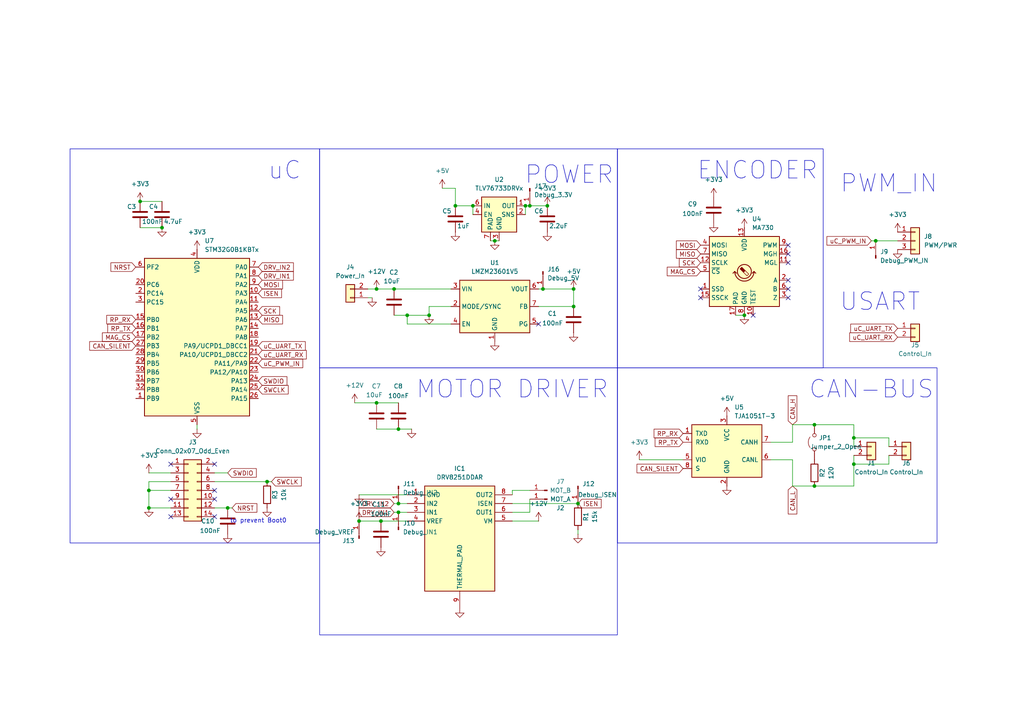
<source format=kicad_sch>
(kicad_sch (version 20231120) (generator "eeschema") (generator_version "8.0")
  (paper "A4")
  (lib_symbols
    (symbol "Connector:Conn_01x01_Pin" (pin_names (offset 1.016) hide)
      (property "Reference" "J" (at 0 2.54 0))
      (property "Value" "Conn_01x01_Pin" (at 0 -2.54 0))
      (symbol "Conn_01x01_Pin_1_1"
        (polyline (pts (xy 1.27 0) (xy 0.8636 0)) (stroke (width 0.1524)))
        (rectangle (start 0.8636 0.127) (end 0 -0.127) (stroke (width 0.1524)) (fill (type outline)))
        (pin passive line (at 5.08 0 180) (length 3.81) (name "Pin_1") (number "1"))
      )
    )
    (symbol "Connector_Generic:Conn_01x02" (pin_names (offset 1.016) hide)
      (property "Reference" "J" (at 0 2.54 0))
      (property "Value" "Conn_01x02" (at 0 -5.08 0))
      (symbol "Conn_01x02_1_1"
        (rectangle (start -1.27 -2.413) (end 0 -2.667) (stroke (width 0.1524)))
        (rectangle (start -1.27 0.127) (end 0 -0.127) (stroke (width 0.1524)))
        (rectangle (start -1.27 1.27) (end 1.27 -3.81) (stroke (width 0.254)) (fill (type background)))
        (pin passive line (at -5.08 0 0) (length 3.81) (name "Pin_1") (number "1"))
        (pin passive line (at -5.08 -2.54 0) (length 3.81) (name "Pin_2") (number "2"))
      )
    )
    (symbol "Connector_Generic:Conn_01x03" (pin_names (offset 1.016) hide)
      (property "Reference" "J" (at 0 5.08 0))
      (property "Value" "Conn_01x03" (at 0 -5.08 0))
      (symbol "Conn_01x03_1_1"
        (rectangle (start -1.27 -2.413) (end 0 -2.667) (stroke (width 0.1524)))
        (rectangle (start -1.27 0.127) (end 0 -0.127) (stroke (width 0.1524)))
        (rectangle (start -1.27 2.667) (end 0 2.413) (stroke (width 0.1524)))
        (rectangle (start -1.27 3.81) (end 1.27 -3.81) (stroke (width 0.254)) (fill (type background)))
        (pin passive line (at -5.08 2.54 0) (length 3.81) (name "Pin_1") (number "1"))
        (pin passive line (at -5.08 0 0) (length 3.81) (name "Pin_2") (number "2"))
        (pin passive line (at -5.08 -2.54 0) (length 3.81) (name "Pin_3") (number "3"))
      )
    )
    (symbol "Connector_Generic:Conn_02x07_Odd_Even" (pin_names (offset 1.016) hide)
      (property "Reference" "J" (at 1.27 10.16 0))
      (property "Value" "Conn_02x07_Odd_Even" (at 1.27 -10.16 0))
      (symbol "Conn_02x07_Odd_Even_1_1"
        (rectangle (start -1.27 -7.493) (end 0 -7.747) (stroke (width 0.1524)))
        (rectangle (start -1.27 -4.953) (end 0 -5.207) (stroke (width 0.1524)))
        (rectangle (start -1.27 -2.413) (end 0 -2.667) (stroke (width 0.1524)))
        (rectangle (start -1.27 0.127) (end 0 -0.127) (stroke (width 0.1524)))
        (rectangle (start -1.27 2.667) (end 0 2.413) (stroke (width 0.1524)))
        (rectangle (start -1.27 5.207) (end 0 4.953) (stroke (width 0.1524)))
        (rectangle (start -1.27 7.747) (end 0 7.493) (stroke (width 0.1524)))
        (rectangle (start -1.27 8.89) (end 3.81 -8.89) (stroke (width 0.254)) (fill (type background)))
        (rectangle (start 3.81 -7.493) (end 2.54 -7.747) (stroke (width 0.1524)))
        (rectangle (start 3.81 -4.953) (end 2.54 -5.207) (stroke (width 0.1524)))
        (rectangle (start 3.81 -2.413) (end 2.54 -2.667) (stroke (width 0.1524)))
        (rectangle (start 3.81 0.127) (end 2.54 -0.127) (stroke (width 0.1524)))
        (rectangle (start 3.81 2.667) (end 2.54 2.413) (stroke (width 0.1524)))
        (rectangle (start 3.81 5.207) (end 2.54 4.953) (stroke (width 0.1524)))
        (rectangle (start 3.81 7.747) (end 2.54 7.493) (stroke (width 0.1524)))
        (pin passive line (at -5.08 7.62 0) (length 3.81) (name "Pin_1") (number "1"))
        (pin passive line (at 7.62 -2.54 180) (length 3.81) (name "Pin_10") (number "10"))
        (pin passive line (at -5.08 -5.08 0) (length 3.81) (name "Pin_11") (number "11"))
        (pin passive line (at 7.62 -5.08 180) (length 3.81) (name "Pin_12") (number "12"))
        (pin passive line (at -5.08 -7.62 0) (length 3.81) (name "Pin_13") (number "13"))
        (pin passive line (at 7.62 -7.62 180) (length 3.81) (name "Pin_14") (number "14"))
        (pin passive line (at 7.62 7.62 180) (length 3.81) (name "Pin_2") (number "2"))
        (pin passive line (at -5.08 5.08 0) (length 3.81) (name "Pin_3") (number "3"))
        (pin passive line (at 7.62 5.08 180) (length 3.81) (name "Pin_4") (number "4"))
        (pin passive line (at -5.08 2.54 0) (length 3.81) (name "Pin_5") (number "5"))
        (pin passive line (at 7.62 2.54 180) (length 3.81) (name "Pin_6") (number "6"))
        (pin passive line (at -5.08 0 0) (length 3.81) (name "Pin_7") (number "7"))
        (pin passive line (at 7.62 0 180) (length 3.81) (name "Pin_8") (number "8"))
        (pin passive line (at -5.08 -2.54 0) (length 3.81) (name "Pin_9") (number "9"))
      )
    )
    (symbol "Device:C" (pin_numbers hide) (pin_names (offset 0.254))
      (property "Reference" "C" (at 0.635 2.54 0))
      (property "Value" "C" (at 0.635 -2.54 0))
      (symbol "C_0_1"
        (polyline (pts (xy -2.032 -0.762) (xy 2.032 -0.762)) (stroke (width 0.508)))
        (polyline (pts (xy -2.032 0.762) (xy 2.032 0.762)) (stroke (width 0.508)))
      )
      (symbol "C_1_1"
        (pin passive line (at 0 3.81 270) (length 2.794) (name "~") (number "1"))
        (pin passive line (at 0 -3.81 90) (length 2.794) (name "~") (number "2"))
      )
    )
    (symbol "Device:R" (pin_numbers hide) (pin_names (offset 0))
      (property "Reference" "R" (at 2.032 0 90))
      (property "Value" "R" (at 0 0 90))
      (symbol "R_0_1"
        (rectangle (start -1.016 -2.54) (end 1.016 2.54) (stroke (width 0.254)))
      )
      (symbol "R_1_1"
        (pin passive line (at 0 3.81 270) (length 1.27) (name "~") (number "1"))
        (pin passive line (at 0 -3.81 90) (length 1.27) (name "~") (number "2"))
      )
    )
    (symbol "Interface_CAN_LIN:TJA1051T-3" (pin_names (offset 1.016))
      (property "Reference" "U" (at -10.16 8.89 0))
      (property "Value" "TJA1051T-3" (at 1.27 8.89 0))
      (symbol "TJA1051T-3_0_1"
        (rectangle (start -10.16 7.62) (end 10.16 -7.62) (stroke (width 0.254)) (fill (type background)))
      )
      (symbol "TJA1051T-3_1_1"
        (pin input line (at -12.7 5.08 0) (length 2.54) (name "TXD") (number "1"))
        (pin power_in line (at 0 -10.16 90) (length 2.54) (name "GND") (number "2"))
        (pin power_in line (at 0 10.16 270) (length 2.54) (name "VCC") (number "3"))
        (pin output line (at -12.7 2.54 0) (length 2.54) (name "RXD") (number "4"))
        (pin power_in line (at -12.7 -2.54 0) (length 2.54) (name "VIO") (number "5"))
        (pin bidirectional line (at 12.7 -2.54 180) (length 2.54) (name "CANL") (number "6"))
        (pin bidirectional line (at 12.7 2.54 180) (length 2.54) (name "CANH") (number "7"))
        (pin input line (at -12.7 -5.08 0) (length 2.54) (name "S") (number "8"))
      )
    )
    (symbol "Jumper:Jumper_2_Open" (pin_numbers hide) (pin_names (offset 0) hide) (exclude_from_sim yes)
      (property "Reference" "JP" (at 0 2.794 0))
      (property "Value" "Jumper_2_Open" (at 0 -2.286 0))
      (symbol "Jumper_2_Open_0_0"
        (circle (center -2.032 0) (radius 0.508))
        (circle (center 2.032 0) (radius 0.508))
      )
      (symbol "Jumper_2_Open_0_1"
        (arc (start 1.524 1.27) (mid 0 1.778) (end -1.524 1.27))
      )
      (symbol "Jumper_2_Open_1_1"
        (pin passive line (at -5.08 0 0) (length 2.54) (name "A") (number "1"))
        (pin passive line (at 5.08 0 180) (length 2.54) (name "B") (number "2"))
      )
    )
    (symbol "MCU_ST_STM32G0:STM32G0B1KBTx"
      (property "Reference" "U" (at -15.24 24.13 0))
      (property "Value" "STM32G0B1KBTx" (at 2.54 24.13 0))
      (symbol "STM32G0B1KBTx_0_1"
        (rectangle (start -15.24 -22.86) (end 15.24 22.86) (stroke (width 0.254)) (fill (type background)))
      )
      (symbol "STM32G0B1KBTx_1_1"
        (pin bidirectional line (at -17.78 -17.78 0) (length 2.54) (name "PB9") (number "1"))
        (pin bidirectional line (at 17.78 12.7 180) (length 2.54) (name "PA3") (number "10"))
        (pin bidirectional line (at 17.78 10.16 180) (length 2.54) (name "PA4") (number "11"))
        (pin bidirectional line (at 17.78 7.62 180) (length 2.54) (name "PA5") (number "12"))
        (pin bidirectional line (at 17.78 5.08 180) (length 2.54) (name "PA6") (number "13"))
        (pin bidirectional line (at 17.78 2.54 180) (length 2.54) (name "PA7") (number "14"))
        (pin bidirectional line (at -17.78 5.08 0) (length 2.54) (name "PB0") (number "15"))
        (pin bidirectional line (at -17.78 2.54 0) (length 2.54) (name "PB1") (number "16"))
        (pin bidirectional line (at -17.78 0 0) (length 2.54) (name "PB2") (number "17"))
        (pin bidirectional line (at 17.78 0 180) (length 2.54) (name "PA8") (number "18"))
        (pin bidirectional line (at 17.78 -2.54 180) (length 2.54) (name "PA9/UCPD1_DBCC1") (number "19"))
        (pin bidirectional line (at -17.78 12.7 0) (length 2.54) (name "PC14") (number "2"))
        (pin bidirectional line (at -17.78 15.24 0) (length 2.54) (name "PC6") (number "20"))
        (pin bidirectional line (at 17.78 -5.08 180) (length 2.54) (name "PA10/UCPD1_DBCC2") (number "21"))
        (pin bidirectional line (at 17.78 -7.62 180) (length 2.54) (name "PA11/PA9") (number "22"))
        (pin bidirectional line (at 17.78 -10.16 180) (length 2.54) (name "PA12/PA10") (number "23"))
        (pin bidirectional line (at 17.78 -12.7 180) (length 2.54) (name "PA13") (number "24"))
        (pin bidirectional line (at 17.78 -15.24 180) (length 2.54) (name "PA14") (number "25"))
        (pin bidirectional line (at 17.78 -17.78 180) (length 2.54) (name "PA15") (number "26"))
        (pin bidirectional line (at -17.78 -2.54 0) (length 2.54) (name "PB3") (number "27"))
        (pin bidirectional line (at -17.78 -5.08 0) (length 2.54) (name "PB4") (number "28"))
        (pin bidirectional line (at -17.78 -7.62 0) (length 2.54) (name "PB5") (number "29"))
        (pin bidirectional line (at -17.78 10.16 0) (length 2.54) (name "PC15") (number "3"))
        (pin bidirectional line (at -17.78 -10.16 0) (length 2.54) (name "PB6") (number "30"))
        (pin bidirectional line (at -17.78 -12.7 0) (length 2.54) (name "PB7") (number "31"))
        (pin bidirectional line (at -17.78 -15.24 0) (length 2.54) (name "PB8") (number "32"))
        (pin power_in line (at 0 25.4 270) (length 2.54) (name "VDD") (number "4"))
        (pin power_in line (at 0 -25.4 90) (length 2.54) (name "VSS") (number "5"))
        (pin bidirectional line (at -17.78 20.32 0) (length 2.54) (name "PF2") (number "6"))
        (pin bidirectional line (at 17.78 20.32 180) (length 2.54) (name "PA0") (number "7"))
        (pin bidirectional line (at 17.78 17.78 180) (length 2.54) (name "PA1") (number "8"))
        (pin bidirectional line (at 17.78 15.24 180) (length 2.54) (name "PA2") (number "9"))
      )
    )
    (symbol "Regulator_Linear:TLV76733DRVx"
      (property "Reference" "U" (at 0 8.89 0))
      (property "Value" "TLV76733DRVx" (at 0 6.35 0))
      (symbol "TLV76733DRVx_0_1"
        (rectangle (start -5.08 -5.08) (end 5.08 5.08) (stroke (width 0.254)) (fill (type background)))
      )
      (symbol "TLV76733DRVx_1_1"
        (pin power_out line (at 7.62 2.54 180) (length 2.54) (name "OUT") (number "1"))
        (pin input line (at 7.62 0 180) (length 2.54) (name "SNS") (number "2"))
        (pin power_in line (at 0 -7.62 90) (length 2.54) (name "GND") (number "3"))
        (pin input line (at -7.62 0 0) (length 2.54) (name "EN") (number "4"))
        (pin passive line (at 0 -7.62 90) (length 2.54) hide (name "GND") (number "5"))
        (pin power_in line (at -7.62 2.54 0) (length 2.54) (name "IN") (number "6"))
        (pin passive line (at -2.54 -7.62 90) (length 2.54) (name "PAD") (number "7"))
      )
    )
    (symbol "Regulator_Switching:LMZM23601V5"
      (property "Reference" "U" (at -8.89 8.89 0))
      (property "Value" "LMZM23601V5" (at 6.35 8.89 0))
      (symbol "LMZM23601V5_0_1"
        (rectangle (start -10.16 7.62) (end 10.16 -7.62) (stroke (width 0.254)) (fill (type background)))
      )
      (symbol "LMZM23601V5_1_1"
        (pin power_in line (at 0 -10.16 90) (length 2.54) (name "GND") (number "1"))
        (pin no_connect line (at -2.54 -7.62 90) (length 2.54) hide (name "~") (number "10"))
        (pin passive line (at 0 -10.16 90) (length 2.54) hide (name "GND") (number "11"))
        (pin input line (at -12.7 0 0) (length 2.54) (name "MODE/SYNC") (number "2"))
        (pin power_in line (at -12.7 5.08 0) (length 2.54) (name "VIN") (number "3"))
        (pin input line (at -12.7 -5.08 0) (length 2.54) (name "EN") (number "4"))
        (pin open_collector line (at 12.7 -5.08 180) (length 2.54) (name "PG") (number "5"))
        (pin power_out line (at 12.7 5.08 180) (length 2.54) (name "VOUT") (number "6"))
        (pin input line (at 12.7 0 180) (length 2.54) (name "FB") (number "7"))
        (pin no_connect line (at 5.08 -7.62 90) (length 2.54) hide (name "~") (number "8"))
        (pin no_connect line (at 2.54 -7.62 90) (length 2.54) hide (name "~") (number "9"))
      )
    )
    (symbol "Sensor_Magnetic:MA730"
      (property "Reference" "U" (at -10.16 11.43 0))
      (property "Value" "MA730" (at 10.16 11.43 0))
      (symbol "MA730_0_1"
        (rectangle (start -10.16 10.16) (end 10.16 -10.16) (stroke (width 0.254)) (fill (type background)))
        (arc (start -2.794 0) (mid 0 -2.7819) (end 2.794 0) (stroke (width 0.254)))
        (polyline (pts (xy -2.794 0) (xy -3.302 -0.508)) (stroke (width 0.254)))
        (polyline (pts (xy -2.794 0) (xy -2.286 -0.508)) (stroke (width 0.254)))
        (polyline (pts (xy 2.794 0) (xy 2.286 -0.508)) (stroke (width 0.254)))
        (polyline (pts (xy 2.794 0) (xy 3.302 -0.508)) (stroke (width 0.254)))
      )
      (symbol "MA730_1_1"
        (polyline (pts (xy 0.254 0.254) (xy 1.27 -0.762) (xy 0.762 -1.27) (xy -0.254 -0.254)))
        (polyline (pts (xy -0.762 1.27) (xy 0.254 0.254) (xy -0.254 -0.254) (xy -1.27 0.762) (xy -1.016 1.016) (xy -0.762 1.27) (xy -0.635 1.143)) (fill (type outline)))
        (circle (center 0 0) (radius 2.032) (stroke (width 0.254)))
        (pin output line (at -12.7 -5.08 0) (length 2.54) (name "SSD") (number "1"))
        (pin passive line (at 2.54 -12.7 90) (length 2.54) (name "TEST") (number "10"))
        (pin output line (at 12.7 2.54 180) (length 2.54) (name "MGL") (number "11"))
        (pin input line (at -12.7 2.54 0) (length 2.54) (name "SCLK") (number "12"))
        (pin power_in line (at 0 12.7 270) (length 2.54) (name "VDD") (number "13"))
        (pin no_connect line (at 5.08 -10.16 90) (length 2.54) hide (name "NC") (number "14"))
        (pin input line (at -12.7 -7.62 0) (length 2.54) (name "SSCK") (number "15"))
        (pin output line (at 12.7 5.08 180) (length 2.54) (name "MGH") (number "16"))
        (pin input line (at -2.54 -12.7 90) (length 2.54) (name "PAD") (number "17"))
        (pin output line (at 12.7 -2.54 180) (length 2.54) (name "A") (number "2"))
        (pin output line (at 12.7 -7.62 180) (length 2.54) (name "Z") (number "3"))
        (pin input line (at -12.7 7.62 0) (length 2.54) (name "MOSI") (number "4"))
        (pin input line (at -12.7 0 0) (length 2.54) (name "~{CS}") (number "5"))
        (pin output line (at 12.7 -5.08 180) (length 2.54) (name "B") (number "6"))
        (pin output line (at -12.7 5.08 0) (length 2.54) (name "MISO") (number "7"))
        (pin power_in line (at 0 -12.7 90) (length 2.54) (name "GND") (number "8"))
        (pin output line (at 12.7 7.62 180) (length 2.54) (name "PWM") (number "9"))
      )
    )
    (symbol "_Custom:DRV8251DDAR"
      (property "Reference" "IC" (at 26.67 7.62 0))
      (property "Value" "DRV8251DDAR" (at 26.67 5.08 0))
      (symbol "DRV8251DDAR_1_1"
        (rectangle (start 5.08 2.54) (end 25.4 -27.94) (stroke (width 0.254)) (fill (type background)))
        (pin passive line (at 0 0 0) (length 5.08) (name "GND") (number "1"))
        (pin passive line (at 0 -2.54 0) (length 5.08) (name "IN2") (number "2"))
        (pin passive line (at 0 -5.08 0) (length 5.08) (name "IN1") (number "3"))
        (pin passive line (at 0 -7.62 0) (length 5.08) (name "VREF") (number "4"))
        (pin passive line (at 30.48 -7.62 180) (length 5.08) (name "VM") (number "5"))
        (pin passive line (at 30.48 -5.08 180) (length 5.08) (name "OUT1") (number "6"))
        (pin passive line (at 30.48 -2.54 180) (length 5.08) (name "ISEN") (number "7"))
        (pin passive line (at 30.48 0 180) (length 5.08) (name "OUT2") (number "8"))
        (pin passive line (at 15.24 -33.02 90) (length 5.08) (name "THERMAL_PAD") (number "9"))
      )
    )
    (symbol "power:+12V" (power) (pin_numbers hide) (pin_names (offset 0) hide)
      (property "Value" "+12V" (at 0 3.556 0))
      (symbol "+12V_0_1"
        (polyline (pts (xy -0.762 1.27) (xy 0 2.54)))
        (polyline (pts (xy 0 0) (xy 0 2.54)))
        (polyline (pts (xy 0 2.54) (xy 0.762 1.27)))
      )
      (symbol "+12V_1_1"
        (pin power_in line (at 0 0 90) (length 0) (name "~") (number "1"))
      )
    )
    (symbol "power:+3V3" (power) (pin_numbers hide) (pin_names (offset 0) hide)
      (property "Value" "+3V3" (at 0 3.556 0))
      (symbol "+3V3_0_1"
        (polyline (pts (xy -0.762 1.27) (xy 0 2.54)))
        (polyline (pts (xy 0 0) (xy 0 2.54)))
        (polyline (pts (xy 0 2.54) (xy 0.762 1.27)))
      )
      (symbol "+3V3_1_1"
        (pin power_in line (at 0 0 90) (length 0) (name "~") (number "1"))
      )
    )
    (symbol "power:+5V" (power) (pin_numbers hide) (pin_names (offset 0) hide)
      (property "Value" "+5V" (at 0 3.556 0))
      (symbol "+5V_0_1"
        (polyline (pts (xy -0.762 1.27) (xy 0 2.54)))
        (polyline (pts (xy 0 0) (xy 0 2.54)))
        (polyline (pts (xy 0 2.54) (xy 0.762 1.27)))
      )
      (symbol "+5V_1_1"
        (pin power_in line (at 0 0 90) (length 0) (name "~") (number "1"))
      )
    )
    (symbol "power:GND" (power) (pin_numbers hide) (pin_names (offset 0) hide)
      (property "Value" "GND" (at 0 -3.81 0))
      (symbol "GND_0_1"
        (polyline (pts (xy 0 0) (xy 0 -1.27) (xy 1.27 -1.27) (xy 0 -2.54) (xy -1.27 -1.27) (xy 0 -1.27)))
      )
      (symbol "GND_1_1"
        (pin power_in line (at 0 0 270) (length 0) (name "~") (number "1"))
      )
    )
  )
  (junction (at 254 69.85))
  (junction (at 215.9 91.44))
  (junction (at 43.18 147.32))
  (junction (at 118.11 91.44))
  (junction (at 43.18 142.24))
  (junction (at 109.22 116.84))
  (junction (at 114.3 83.82))
  (junction (at 115.57 146.05))
  (junction (at 115.57 124.46))
  (junction (at 143.51 69.85))
  (junction (at 77.47 139.7))
  (junction (at 109.22 83.82))
  (junction (at 104.14 151.13))
  (junction (at 152.4 59.69))
  (junction (at 137.16 59.69))
  (junction (at 66.04 147.32))
  (junction (at 236.22 140.97))
  (junction (at 247.65 127))
  (junction (at 247.65 134.62))
  (junction (at 153.67 59.69))
  (junction (at 46.99 66.04))
  (junction (at 110.49 151.13))
  (junction (at 236.22 123.19))
  (junction (at 132.08 59.69))
  (junction (at 115.57 148.59))
  (junction (at 124.46 91.44))
  (junction (at 166.37 88.9))
  (junction (at 157.48 83.82))
  (junction (at 166.37 83.82))
  (junction (at 167.64 146.05))
  (junction (at 40.64 58.42))
  (junction (at 158.75 59.69))
  (no_connect (at 62.23 149.86))
  (no_connect (at 156.21 93.98))
  (no_connect (at 62.23 142.24))
  (no_connect (at 49.53 134.62))
  (no_connect (at 62.23 134.62))
  (no_connect (at 203.2 86.36))
  (no_connect (at 228.6 81.28))
  (no_connect (at 49.53 144.78))
  (no_connect (at 49.53 149.86))
  (no_connect (at 228.6 71.12))
  (no_connect (at 203.2 83.82))
  (no_connect (at 228.6 73.66))
  (no_connect (at 228.6 86.36))
  (no_connect (at 228.6 83.82))
  (no_connect (at 218.44 91.44))
  (no_connect (at 62.23 144.78))
  (no_connect (at 228.6 76.2))
  (wire (pts (xy 152.4 59.69) (xy 152.4 62.23)))
  (wire (pts (xy 106.68 83.82) (xy 109.22 83.82)))
  (wire (pts (xy 143.51 69.85) (xy 142.24 69.85)))
  (wire (pts (xy 57.15 123.19) (xy 57.15 124.46)))
  (wire (pts (xy 115.57 148.59) (xy 118.11 148.59)))
  (wire (pts (xy 257.81 132.08) (xy 257.81 134.62)))
  (wire (pts (xy 223.52 128.27) (xy 229.87 128.27)))
  (wire (pts (xy 132.08 54.61) (xy 132.08 59.69)))
  (wire (pts (xy 137.16 59.69) (xy 137.16 62.23)))
  (wire (pts (xy 247.65 134.62) (xy 247.65 132.08)))
  (wire (pts (xy 247.65 123.19) (xy 247.65 127)))
  (wire (pts (xy 114.3 83.82) (xy 130.81 83.82)))
  (wire (pts (xy 144.78 69.85) (xy 143.51 69.85)))
  (wire (pts (xy 153.67 148.59) (xy 153.67 144.78)))
  (wire (pts (xy 148.59 142.24) (xy 148.59 143.51)))
  (wire (pts (xy 102.87 116.84) (xy 109.22 116.84)))
  (wire (pts (xy 236.22 123.19) (xy 229.87 123.19)))
  (wire (pts (xy 236.22 140.97) (xy 229.87 140.97)))
  (wire (pts (xy 157.48 83.82) (xy 166.37 83.82)))
  (wire (pts (xy 153.67 59.69) (xy 158.75 59.69)))
  (wire (pts (xy 104.14 151.13) (xy 110.49 151.13)))
  (wire (pts (xy 124.46 88.9) (xy 130.81 88.9)))
  (wire (pts (xy 118.11 91.44) (xy 124.46 91.44)))
  (wire (pts (xy 247.65 127) (xy 247.65 129.54)))
  (wire (pts (xy 43.18 142.24) (xy 43.18 139.7)))
  (wire (pts (xy 62.23 147.32) (xy 66.04 147.32)))
  (wire (pts (xy 118.11 93.98) (xy 130.81 93.98)))
  (wire (pts (xy 40.64 66.04) (xy 46.99 66.04)))
  (wire (pts (xy 148.59 146.05) (xy 167.64 146.05)))
  (wire (pts (xy 257.81 129.54) (xy 257.81 127)))
  (wire (pts (xy 43.18 139.7) (xy 49.53 139.7)))
  (wire (pts (xy 148.59 142.24) (xy 153.67 142.24)))
  (wire (pts (xy 43.18 137.16) (xy 49.53 137.16)))
  (wire (pts (xy 156.21 88.9) (xy 166.37 88.9)))
  (wire (pts (xy 137.16 59.69) (xy 132.08 59.69)))
  (wire (pts (xy 67.31 147.32) (xy 66.04 147.32)))
  (wire (pts (xy 62.23 139.7) (xy 77.47 139.7)))
  (wire (pts (xy 110.49 151.13) (xy 118.11 151.13)))
  (wire (pts (xy 167.64 153.67) (xy 167.64 154.94)))
  (wire (pts (xy 106.68 86.36) (xy 107.95 86.36)))
  (wire (pts (xy 247.65 134.62) (xy 257.81 134.62)))
  (wire (pts (xy 118.11 91.44) (xy 118.11 93.98)))
  (wire (pts (xy 247.65 140.97) (xy 247.65 134.62)))
  (wire (pts (xy 109.22 83.82) (xy 114.3 83.82)))
  (wire (pts (xy 128.27 54.61) (xy 132.08 54.61)))
  (wire (pts (xy 43.18 147.32) (xy 49.53 147.32)))
  (wire (pts (xy 223.52 133.35) (xy 229.87 133.35)))
  (wire (pts (xy 185.42 133.35) (xy 198.12 133.35)))
  (wire (pts (xy 152.4 59.69) (xy 153.67 59.69)))
  (wire (pts (xy 236.22 123.19) (xy 247.65 123.19)))
  (wire (pts (xy 114.3 91.44) (xy 118.11 91.44)))
  (wire (pts (xy 114.3 148.59) (xy 115.57 148.59)))
  (wire (pts (xy 247.65 127) (xy 257.81 127)))
  (wire (pts (xy 43.18 142.24) (xy 49.53 142.24)))
  (wire (pts (xy 124.46 91.44) (xy 124.46 88.9)))
  (wire (pts (xy 115.57 146.05) (xy 118.11 146.05)))
  (wire (pts (xy 40.64 58.42) (xy 46.99 58.42)))
  (wire (pts (xy 66.04 137.16) (xy 62.23 137.16)))
  (wire (pts (xy 114.3 146.05) (xy 115.57 146.05)))
  (wire (pts (xy 115.57 116.84) (xy 109.22 116.84)))
  (wire (pts (xy 166.37 88.9) (xy 166.37 83.82)))
  (wire (pts (xy 229.87 133.35) (xy 229.87 140.97)))
  (wire (pts (xy 119.38 124.46) (xy 115.57 124.46)))
  (wire (pts (xy 78.74 139.7) (xy 77.47 139.7)))
  (wire (pts (xy 148.59 148.59) (xy 153.67 148.59)))
  (wire (pts (xy 104.14 143.51) (xy 118.11 143.51)))
  (wire (pts (xy 43.18 142.24) (xy 43.18 147.32)))
  (wire (pts (xy 213.36 91.44) (xy 215.9 91.44)))
  (wire (pts (xy 229.87 128.27) (xy 229.87 123.19)))
  (wire (pts (xy 156.21 151.13) (xy 148.59 151.13)))
  (wire (pts (xy 252.73 69.85) (xy 254 69.85)))
  (wire (pts (xy 236.22 140.97) (xy 247.65 140.97)))
  (wire (pts (xy 157.48 83.82) (xy 156.21 83.82)))
  (wire (pts (xy 115.57 124.46) (xy 109.22 124.46)))
  (wire (pts (xy 254 69.85) (xy 260.35 69.85)))
  (rectangle (start 92.71 43.18) (end 179.07 106.68))
  (rectangle (start 179.07 43.18) (end 238.76 106.68))
  (rectangle (start 92.71 106.68) (end 179.07 184.15))
  (rectangle (start 20.32 43.18) (end 92.71 157.48))
  (rectangle (start 179.07 106.68) (end 271.78 157.48))
  (text "CAN-BUS" (at 252.73 113.03 0) (effects (font (size 5.08 5.08))))
  (text "to prevent Boot0" (at 74.93 151.13 0) (effects (font (size 1.27 1.27))))
  (text "POWER" (at 165.1 50.8 0) (effects (font (size 5.08 5.08))))
  (text "uC" (at 82.55 49.53 0) (effects (font (size 5.08 5.08))))
  (text "USART\n" (at 255.27 87.63 0) (effects (font (size 5.08 5.08))))
  (text "ENCODER" (at 219.71 49.53 0) (effects (font (size 5.08 5.08))))
  (text "MOTOR DRIVER\n" (at 148.59 113.03 0) (effects (font (size 5.08 5.08))))
  (text "PWM_IN" (at 257.81 53.34 0) (effects (font (size 5.08 5.08))))
  (global_label "uC_PWM_IN" (shape input) (at 252.73 69.85 180) (property "Intersheetrefs" "${INTERSHEET_REFS}" (effects (hide yes))))
  (global_label "DRV_IN1" (shape input) (at 114.3 148.59 180) (property "Intersheetrefs" "${INTERSHEET_REFS}" (effects (hide yes))))
  (global_label "uC_UART_TX" (shape input) (at 74.93 100.33 0) (property "Intersheetrefs" "${INTERSHEET_REFS}" (effects (hide yes))))
  (global_label "MISO" (shape input) (at 203.2 73.66 180) (property "Intersheetrefs" "${INTERSHEET_REFS}" (effects (hide yes))))
  (global_label "CAN_SILENT" (shape input) (at 198.12 135.89 180) (property "Intersheetrefs" "${INTERSHEET_REFS}" (effects (hide yes))))
  (global_label "SWDIO" (shape input) (at 74.93 110.49 0) (property "Intersheetrefs" "${INTERSHEET_REFS}" (effects (hide yes))))
  (global_label "MAG_CS" (shape input) (at 39.37 97.79 180) (property "Intersheetrefs" "${INTERSHEET_REFS}" (effects (hide yes))))
  (global_label "DRV_IN2" (shape input) (at 114.3 146.05 180) (property "Intersheetrefs" "${INTERSHEET_REFS}" (effects (hide yes))))
  (global_label "MAG_CS" (shape input) (at 203.2 78.74 180) (property "Intersheetrefs" "${INTERSHEET_REFS}" (effects (hide yes))))
  (global_label "ISEN" (shape input) (at 167.64 146.05 0) (property "Intersheetrefs" "${INTERSHEET_REFS}" (effects (hide yes))))
  (global_label "SCK" (shape input) (at 203.2 76.2 180) (property "Intersheetrefs" "${INTERSHEET_REFS}" (effects (hide yes))))
  (global_label "uC_UART_TX" (shape input) (at 260.35 95.25 180) (property "Intersheetrefs" "${INTERSHEET_REFS}" (effects (hide yes))))
  (global_label "RP_RX" (shape input) (at 198.12 125.73 180) (property "Intersheetrefs" "${INTERSHEET_REFS}" (effects (hide yes))))
  (global_label "DRV_IN1" (shape input) (at 74.93 80.01 0) (property "Intersheetrefs" "${INTERSHEET_REFS}" (effects (hide yes))))
  (global_label "SWCLK" (shape input) (at 74.93 113.03 0) (property "Intersheetrefs" "${INTERSHEET_REFS}" (effects (hide yes))))
  (global_label "DRV_IN2" (shape input) (at 74.93 77.47 0) (property "Intersheetrefs" "${INTERSHEET_REFS}" (effects (hide yes))))
  (global_label "uC_PWM_IN" (shape input) (at 74.93 105.41 0) (property "Intersheetrefs" "${INTERSHEET_REFS}" (effects (hide yes))))
  (global_label "RP_RX" (shape input) (at 39.37 92.71 180) (property "Intersheetrefs" "${INTERSHEET_REFS}" (effects (hide yes))))
  (global_label "CAN_H" (shape input) (at 229.87 123.19 90) (property "Intersheetrefs" "${INTERSHEET_REFS}" (effects (hide yes))))
  (global_label "MISO" (shape input) (at 74.93 92.71 0) (property "Intersheetrefs" "${INTERSHEET_REFS}" (effects (hide yes))))
  (global_label "RP_TX" (shape input) (at 39.37 95.25 180) (property "Intersheetrefs" "${INTERSHEET_REFS}" (effects (hide yes))))
  (global_label "SWCLK" (shape input) (at 78.74 139.7 0) (property "Intersheetrefs" "${INTERSHEET_REFS}" (effects (hide yes))))
  (global_label "CAN_SILENT" (shape input) (at 39.37 100.33 180) (property "Intersheetrefs" "${INTERSHEET_REFS}" (effects (hide yes))))
  (global_label "SCK" (shape input) (at 74.93 90.17 0) (property "Intersheetrefs" "${INTERSHEET_REFS}" (effects (hide yes))))
  (global_label "ISEN" (shape input) (at 74.93 85.09 0) (property "Intersheetrefs" "${INTERSHEET_REFS}" (effects (hide yes))))
  (global_label "MOSI" (shape input) (at 203.2 71.12 180) (property "Intersheetrefs" "${INTERSHEET_REFS}" (effects (hide yes))))
  (global_label "CAN_L" (shape input) (at 229.87 140.97 270) (property "Intersheetrefs" "${INTERSHEET_REFS}" (effects (hide yes))))
  (global_label "MOSI" (shape input) (at 74.93 82.55 0) (property "Intersheetrefs" "${INTERSHEET_REFS}" (effects (hide yes))))
  (global_label "uC_UART_RX" (shape input) (at 260.35 97.79 180) (property "Intersheetrefs" "${INTERSHEET_REFS}" (effects (hide yes))))
  (global_label "SWDIO" (shape input) (at 66.04 137.16 0) (property "Intersheetrefs" "${INTERSHEET_REFS}" (effects (hide yes))))
  (global_label "NRST" (shape input) (at 67.31 147.32 0) (property "Intersheetrefs" "${INTERSHEET_REFS}" (effects (hide yes))))
  (global_label "RP_TX" (shape input) (at 198.12 128.27 180) (property "Intersheetrefs" "${INTERSHEET_REFS}" (effects (hide yes))))
  (global_label "NRST" (shape input) (at 39.37 77.47 180) (property "Intersheetrefs" "${INTERSHEET_REFS}" (effects (hide yes))))
  (global_label "uC_UART_RX" (shape input) (at 74.93 102.87 0) (property "Intersheetrefs" "${INTERSHEET_REFS}" (effects (hide yes))))
  (symbol (lib_id "power:+3V3") (at 40.64 58.42 0) (unit 1)
    (property "Reference" "#PWR03" (effects (hide yes)))
    (property "Value" "+3V3" (at 40.64 53.34 0))
    (property "Description" "Power symbol creates a global label with name \"+3V3\"" (effects (hide yes)))
  )
  (symbol (lib_id "power:GND") (at 119.38 124.46 0) (unit 1)
    (property "Reference" "#PWR016" (effects (hide yes)))
    (property "Value" "GND" (effects (hide yes)))
    (property "Description" "Power symbol creates a global label with name \"GND\" , ground" (effects (hide yes)))
  )
  (symbol (lib_id "power:+5V") (at 166.37 83.82 0) (unit 1)
    (property "Reference" "#PWR02" (effects (hide yes)))
    (property "Value" "+5V" (at 166.37 78.74 0))
    (property "Description" "Power symbol creates a global label with name \"+5V\"" (effects (hide yes)))
  )
  (symbol (lib_id "power:GND") (at 132.08 67.31 0) (unit 1)
    (property "Reference" "#PWR09" (effects (hide yes)))
    (property "Value" "GND" (effects (hide yes)))
    (property "Description" "Power symbol creates a global label with name \"GND\" , ground" (effects (hide yes)))
  )
  (symbol (lib_id "Device:C") (at 110.49 154.94 180) (unit 1)
    (property "Reference" "C11" (at 111.76 146.304 0) (effects (justify left)))
    (property "Value" "100nF" (at 113.538 149.098 0) (effects (justify left)))
    (property "Footprint" "Capacitor_SMD:C_0603_1608Metric" (effects (hide yes)))
    (property "Description" "Unpolarized capacitor" (effects (hide yes)))
  )
  (symbol (lib_id "Device:C") (at 46.99 62.23 0) (unit 1)
    (property "Reference" "C4" (at 43.18 59.944 0) (effects (justify left)))
    (property "Value" "4.7uF" (at 47.498 64.262 0) (effects (justify left)))
    (property "Footprint" "Capacitor_SMD:C_0402_1005Metric" (effects (hide yes)))
    (property "Description" "Unpolarized capacitor" (effects (hide yes)))
  )
  (symbol (lib_id "power:+5V") (at 128.27 54.61 0) (unit 1)
    (property "Reference" "#PWR026" (effects (hide yes)))
    (property "Value" "+5V" (at 128.27 49.53 0))
    (property "Description" "Power symbol creates a global label with name \"+5V\"" (effects (hide yes)))
  )
  (symbol (lib_id "power:GND") (at 110.49 158.75 0) (unit 1)
    (property "Reference" "#PWR034" (effects (hide yes)))
    (property "Value" "GND" (effects (hide yes)))
    (property "Description" "Power symbol creates a global label with name \"GND\" , ground" (effects (hide yes)))
  )
  (symbol (lib_id "power:+3V3") (at 43.18 137.16 0) (unit 1)
    (property "Reference" "#PWR025" (effects (hide yes)))
    (property "Value" "+3V3" (at 43.18 132.08 0))
    (property "Description" "Power symbol creates a global label with name \"+3V3\"" (effects (hide yes)))
  )
  (symbol (lib_id "power:+3V3") (at 158.75 59.69 0) (unit 1)
    (property "Reference" "#PWR011" (effects (hide yes)))
    (property "Value" "+3V3" (at 158.75 54.61 0))
    (property "Description" "Power symbol creates a global label with name \"+3V3\"" (effects (hide yes)))
  )
  (symbol (lib_id "Device:R") (at 236.22 137.16 0) (mirror y) (unit 1)
    (property "Reference" "R2" (at 238.506 137.16 90))
    (property "Value" "120" (at 241.046 137.16 90))
    (property "Footprint" "Capacitor_SMD:C_0402_1005Metric" (effects (hide yes)))
    (property "Description" "Resistor" (effects (hide yes)))
  )
  (symbol (lib_id "Connector:Conn_01x01_Pin") (at 167.64 140.97 270) (unit 1)
    (property "Reference" "J12" (at 168.91 140.3349 90) (effects (justify left)))
    (property "Value" "Debug_ISEN" (at 167.64 143.51 90) (effects (justify left)))
    (property "Footprint" "Connector_PinHeader_1.27mm:PinHeader_1x01_P1.27mm_Vertical" (effects (hide yes)))
    (property "Description" "Generic connector, single row, 01x01, script generated" (effects (hide yes)))
  )
  (symbol (lib_id "Connector:Conn_01x01_Pin") (at 104.14 156.21 90) (unit 1)
    (property "Reference" "J13" (at 102.87 156.8451 90) (effects (justify left)))
    (property "Value" "Debug_VREF" (at 102.87 154.3051 90) (effects (justify left)))
    (property "Footprint" "Connector_PinHeader_1.27mm:PinHeader_1x01_P1.27mm_Vertical" (effects (hide yes)))
    (property "Description" "Generic connector, single row, 01x01, script generated" (effects (hide yes)))
  )
  (symbol (lib_id "Connector_Generic:Conn_01x02") (at 265.43 95.25 0) (unit 1)
    (property "Reference" "J5" (at 265.43 100.076 0))
    (property "Value" "Control_In" (at 265.43 102.616 0))
    (property "Footprint" "Connector_JST:JST_XH_B2B-XH-A_1x02_P2.50mm_Vertical" (effects (hide yes)))
    (property "Description" "Generic connector, single row, 01x02, script generated (kicad-library-utils/schlib/autogen/connector/)" (effects (hide yes)))
  )
  (symbol (lib_id "Connector:Conn_01x01_Pin") (at 158.75 144.78 180) (unit 1)
    (property "Reference" "J2" (at 162.56 147.32 0))
    (property "Value" "MOT_A" (at 162.56 144.78 0))
    (property "Footprint" "Connector_Wire:SolderWire-1sqmm_1x01_D1.4mm_OD2.7mm" (effects (hide yes)))
    (property "Description" "Generic connector, single row, 01x01, script generated" (effects (hide yes)))
  )
  (symbol (lib_id "power:+3V3") (at 57.15 72.39 0) (unit 1)
    (property "Reference" "#PWR031" (effects (hide yes)))
    (property "Value" "+3V3" (at 57.15 67.31 0))
    (property "Description" "Power symbol creates a global label with name \"+3V3\"" (effects (hide yes)))
  )
  (symbol (lib_id "power:+3V3") (at 260.35 67.31 0) (unit 1)
    (property "Reference" "#PWR035" (effects (hide yes)))
    (property "Value" "+3V3" (at 260.35 62.23 0))
    (property "Description" "Power symbol creates a global label with name \"+3V3\"" (effects (hide yes)))
  )
  (symbol (lib_id "Connector:Conn_01x01_Pin") (at 254 74.93 90) (unit 1)
    (property "Reference" "J9" (at 255.27 73.0249 90) (effects (justify right)))
    (property "Value" "Debug_PWM_IN" (at 255.27 75.5649 90) (effects (justify right)))
    (property "Footprint" "Connector_PinHeader_1.27mm:PinHeader_1x01_P1.27mm_Vertical" (effects (hide yes)))
    (property "Description" "Generic connector, single row, 01x01, script generated" (effects (hide yes)))
  )
  (symbol (lib_id "Connector_Generic:Conn_01x02") (at 262.89 129.54 0) (unit 1)
    (property "Reference" "J6" (at 262.89 134.366 0))
    (property "Value" "Control_In" (at 262.89 136.906 0))
    (property "Footprint" "Connector_JST:JST_XH_B2B-XH-A_1x02_P2.50mm_Vertical" (effects (hide yes)))
    (property "Description" "Generic connector, single row, 01x02, script generated (kicad-library-utils/schlib/autogen/connector/)" (effects (hide yes)))
  )
  (symbol (lib_id "Connector_Generic:Conn_01x03") (at 265.43 69.85 0) (unit 1)
    (property "Reference" "J8" (at 267.97 68.5799 0) (effects (justify left)))
    (property "Value" "PWM/PWR" (at 267.97 71.1199 0) (effects (justify left)))
    (property "Footprint" "Connector_JST:JST_XH_B3B-XH-A_1x03_P2.50mm_Vertical" (effects (hide yes)))
    (property "Description" "Generic connector, single row, 01x03, script generated (kicad-library-utils/schlib/autogen/connector/)" (effects (hide yes)))
  )
  (symbol (lib_id "power:GND") (at 46.99 66.04 0) (unit 1)
    (property "Reference" "#PWR04" (effects (hide yes)))
    (property "Value" "GND" (effects (hide yes)))
    (property "Description" "Power symbol creates a global label with name \"GND\" , ground" (effects (hide yes)))
  )
  (symbol (lib_id "power:GND") (at 107.95 86.36 0) (unit 1)
    (property "Reference" "#PWR07" (effects (hide yes)))
    (property "Value" "GND" (effects (hide yes)))
    (property "Description" "Power symbol creates a global label with name \"GND\" , ground" (effects (hide yes)))
  )
  (symbol (lib_id "power:GND") (at 77.47 147.32 0) (unit 1)
    (property "Reference" "#PWR01" (effects (hide yes)))
    (property "Value" "GND" (effects (hide yes)))
    (property "Description" "Power symbol creates a global label with name \"GND\" , ground" (effects (hide yes)))
  )
  (symbol (lib_id "power:GND") (at 143.51 69.85 0) (unit 1)
    (property "Reference" "#PWR010" (effects (hide yes)))
    (property "Value" "GND" (effects (hide yes)))
    (property "Description" "Power symbol creates a global label with name \"GND\" , ground" (effects (hide yes)))
  )
  (symbol (lib_id "power:+3V3") (at 215.9 66.04 0) (unit 1)
    (property "Reference" "#PWR019" (effects (hide yes)))
    (property "Value" "+3V3" (at 215.9 60.96 0))
    (property "Description" "Power symbol creates a global label with name \"+3V3\"" (effects (hide yes)))
  )
  (symbol (lib_id "power:+12V") (at 109.22 83.82 0) (unit 1)
    (property "Reference" "#PWR08" (effects (hide yes)))
    (property "Value" "+12V" (at 109.22 78.74 0))
    (property "Description" "Power symbol creates a global label with name \"+12V\"" (effects (hide yes)))
  )
  (symbol (lib_id "Regulator_Linear:TLV76733DRVx") (at 144.78 62.23 0) (unit 1)
    (property "Reference" "U2" (at 144.78 52.07 0))
    (property "Value" "TLV76733DRVx" (at 144.78 54.61 0))
    (property "Footprint" "Package_SON:WSON-6-1EP_2x2mm_P0.65mm_EP1x1.6mm_ThermalVias" (effects (hide yes)))
    (property "Datasheet" "www.ti.com/lit/gpn/TLV767" (effects (hide yes)))
    (property "Description" "1A Precision Linear Voltage Regulator, with enable pin, Fixed Output 3.3V, WSON6" (effects (hide yes)))
  )
  (symbol (lib_id "Connector_Generic:Conn_01x02") (at 252.73 129.54 0) (unit 1)
    (property "Reference" "J1" (at 252.73 134.366 0))
    (property "Value" "Control_In" (at 252.73 136.906 0))
    (property "Footprint" "Connector_JST:JST_XH_B2B-XH-A_1x02_P2.50mm_Vertical" (effects (hide yes)))
    (property "Description" "Generic connector, single row, 01x02, script generated (kicad-library-utils/schlib/autogen/connector/)" (effects (hide yes)))
  )
  (symbol (lib_id "power:+3V3") (at 104.14 151.13 0) (unit 1)
    (property "Reference" "#PWR032" (effects (hide yes)))
    (property "Value" "+3V3" (at 104.14 146.05 0))
    (property "Description" "Power symbol creates a global label with name \"+3V3\"" (effects (hide yes)))
  )
  (symbol (lib_id "Connector:Conn_01x01_Pin") (at 115.57 153.67 90) (unit 1)
    (property "Reference" "J10" (at 116.84 151.7649 90) (effects (justify right)))
    (property "Value" "Debug_IN1" (at 116.84 154.3049 90) (effects (justify right)))
    (property "Footprint" "Connector_PinHeader_1.27mm:PinHeader_1x01_P1.27mm_Vertical" (effects (hide yes)))
    (property "Description" "Generic connector, single row, 01x01, script generated" (effects (hide yes)))
  )
  (symbol (lib_id "Device:C") (at 115.57 120.65 180) (unit 1)
    (property "Reference" "C8" (at 116.84 112.014 0) (effects (justify left)))
    (property "Value" "100nF" (at 118.618 114.808 0) (effects (justify left)))
    (property "Footprint" "Capacitor_SMD:C_0603_1608Metric" (effects (hide yes)))
    (property "Description" "Unpolarized capacitor" (effects (hide yes)))
  )
  (symbol (lib_id "power:+3V3") (at 185.42 133.35 0) (unit 1)
    (property "Reference" "#PWR029" (effects (hide yes)))
    (property "Value" "+3V3" (at 185.42 128.27 0))
    (property "Description" "Power symbol creates a global label with name \"+3V3\"" (effects (hide yes)))
  )
  (symbol (lib_id "Connector_Generic:Conn_01x02") (at 101.6 86.36 180) (unit 1)
    (property "Reference" "J4" (at 101.6 77.47 0))
    (property "Value" "Power_In" (at 101.6 80.01 0))
    (property "Footprint" "Connector_AMASS:AMASS_XT30UPB-M_1x02_P5.0mm_Vertical" (effects (hide yes)))
    (property "Description" "Generic connector, single row, 01x02, script generated (kicad-library-utils/schlib/autogen/connector/)" (effects (hide yes)))
  )
  (symbol (lib_id "Device:R") (at 167.64 149.86 0) (mirror y) (unit 1)
    (property "Reference" "R1" (at 169.926 149.86 90))
    (property "Value" "15k" (at 172.466 149.86 90))
    (property "Footprint" "Resistor_SMD:R_0402_1005Metric" (effects (hide yes)))
    (property "Description" "Resistor" (effects (hide yes)))
  )
  (symbol (lib_id "power:+3V3") (at 207.01 57.15 0) (unit 1)
    (property "Reference" "#PWR014" (effects (hide yes)))
    (property "Value" "+3V3" (at 207.01 52.07 0))
    (property "Description" "Power symbol creates a global label with name \"+3V3\"" (effects (hide yes)))
  )
  (symbol (lib_id "power:GND") (at 43.18 147.32 0) (unit 1)
    (property "Reference" "#PWR037" (effects (hide yes)))
    (property "Value" "GND" (effects (hide yes)))
    (property "Description" "Power symbol creates a global label with name \"GND\" , ground" (effects (hide yes)))
  )
  (symbol (lib_id "Connector:Conn_01x01_Pin") (at 157.48 78.74 270) (unit 1)
    (property "Reference" "J16" (at 158.75 78.1049 90) (effects (justify left)))
    (property "Value" "Debug_5V" (at 158.75 80.6449 90) (effects (justify left)))
    (property "Footprint" "Connector_PinHeader_1.27mm:PinHeader_1x01_P1.27mm_Vertical" (effects (hide yes)))
    (property "Description" "Generic connector, single row, 01x01, script generated" (effects (hide yes)))
  )
  (symbol (lib_id "power:GND") (at 215.9 91.44 0) (unit 1)
    (property "Reference" "#PWR020" (effects (hide yes)))
    (property "Value" "GND" (effects (hide yes)))
    (property "Description" "Power symbol creates a global label with name \"GND\" , ground" (effects (hide yes)))
  )
  (symbol (lib_id "Device:C") (at 166.37 92.71 180) (unit 1)
    (property "Reference" "C1" (at 161.544 90.932 0) (effects (justify left)))
    (property "Value" "100nF" (at 163.322 93.726 0) (effects (justify left)))
    (property "Footprint" "Capacitor_SMD:C_0402_1005Metric" (effects (hide yes)))
    (property "Description" "Unpolarized capacitor" (effects (hide yes)))
  )
  (symbol (lib_id "Connector:Conn_01x01_Pin") (at 115.57 140.97 270) (unit 1)
    (property "Reference" "J11" (at 116.84 140.3349 90) (effects (justify left)))
    (property "Value" "Debug_IN2" (at 116.84 142.8749 90) (effects (justify left)))
    (property "Footprint" "Connector_PinHeader_1.27mm:PinHeader_1x01_P1.27mm_Vertical" (effects (hide yes)))
    (property "Description" "Generic connector, single row, 01x01, script generated" (effects (hide yes)))
  )
  (symbol (lib_id "Connector:Conn_01x01_Pin") (at 158.75 142.24 180) (unit 1)
    (property "Reference" "J7" (at 162.56 139.7 0))
    (property "Value" "MOT_B" (at 162.56 142.24 0))
    (property "Footprint" "Connector_Wire:SolderWire-1sqmm_1x01_D1.4mm_OD2.7mm" (effects (hide yes)))
    (property "Description" "Generic connector, single row, 01x01, script generated" (effects (hide yes)))
  )
  (symbol (lib_id "power:GND") (at 57.15 124.46 0) (unit 1)
    (property "Reference" "#PWR06" (effects (hide yes)))
    (property "Value" "GND" (effects (hide yes)))
    (property "Description" "Power symbol creates a global label with name \"GND\" , ground" (effects (hide yes)))
  )
  (symbol (lib_id "Jumper:Jumper_2_Open") (at 236.22 128.27 90) (unit 1) (exclude_from_sim yes)
    (property "Reference" "JP1" (at 237.49 126.9999 90) (effects (justify right)))
    (property "Value" "Jumper_2_Open" (at 234.95 129.54 90) (effects (justify right)))
    (property "Footprint" "Jumper:SolderJumper-2_P1.3mm_Open_Pad1.0x1.5mm" (effects (hide yes)))
    (property "Description" "Jumper, 2-pole, open" (effects (hide yes)))
  )
  (symbol (lib_id "Connector:Conn_01x01_Pin") (at 153.67 54.61 270) (unit 1)
    (property "Reference" "J17" (at 154.94 53.9749 90) (effects (justify left)))
    (property "Value" "Debug_3.3V" (at 154.94 56.5149 90) (effects (justify left)))
    (property "Footprint" "Connector_PinHeader_1.27mm:PinHeader_1x01_P1.27mm_Vertical" (effects (hide yes)))
    (property "Description" "Generic connector, single row, 01x01, script generated" (effects (hide yes)))
  )
  (symbol (lib_id "power:GND") (at 158.75 67.31 0) (unit 1)
    (property "Reference" "#PWR012" (effects (hide yes)))
    (property "Value" "GND" (effects (hide yes)))
    (property "Description" "Power symbol creates a global label with name \"GND\" , ground" (effects (hide yes)))
  )
  (symbol (lib_id "power:GND") (at 124.46 91.44 0) (unit 1)
    (property "Reference" "#PWR024" (effects (hide yes)))
    (property "Value" "GND" (effects (hide yes)))
    (property "Description" "Power symbol creates a global label with name \"GND\" , ground" (effects (hide yes)))
  )
  (symbol (lib_id "power:GND") (at 167.64 154.94 0) (unit 1)
    (property "Reference" "#PWR021" (effects (hide yes)))
    (property "Value" "GND" (effects (hide yes)))
    (property "Description" "Power symbol creates a global label with name \"GND\" , ground" (effects (hide yes)))
  )
  (symbol (lib_id "MCU_ST_STM32G0:STM32G0B1KBTx") (at 57.15 97.79 0) (unit 1)
    (property "Reference" "U7" (at 59.3441 69.85 0) (effects (justify left)))
    (property "Value" "STM32G0B1KBTx" (at 59.3441 72.39 0) (effects (justify left)))
    (property "Footprint" "Package_QFP:LQFP-32_7x7mm_P0.8mm" (effects (hide yes)))
    (property "Datasheet" "https://www.st.com/resource/en/datasheet/stm32g0b1kb.pdf" (effects (hide yes)))
    (property "Description" "STMicroelectronics Arm Cortex-M0+ MCU, 128KB flash, 144KB RAM, 64 MHz, 1.7-3.6V, 30 GPIO, LQFP32" (effects (hide yes)))
  )
  (symbol (lib_id "power:+5V") (at 210.82 120.65 0) (unit 1)
    (property "Reference" "#PWR028" (effects (hide yes)))
    (property "Value" "+5V" (at 210.82 115.57 0))
    (property "Description" "Power symbol creates a global label with name \"+5V\"" (effects (hide yes)))
  )
  (symbol (lib_id "Device:C") (at 109.22 120.65 180) (unit 1)
    (property "Reference" "C7" (at 110.49 112.014 0) (effects (justify left)))
    (property "Value" "10uF" (at 110.998 114.554 0) (effects (justify left)))
    (property "Footprint" "Capacitor_SMD:C_1206_3216Metric" (effects (hide yes)))
    (property "Description" "Unpolarized capacitor" (effects (hide yes)))
  )
  (symbol (lib_id "Connector_Generic:Conn_02x07_Odd_Even") (at 54.61 142.24 0) (unit 1)
    (property "Reference" "J3" (at 55.88 128.27 0))
    (property "Value" "Conn_02x07_Odd_Even" (at 55.88 130.81 0))
    (property "Footprint" "Connector_PinHeader_1.27mm:PinHeader_2x07_P1.27mm_Vertical" (effects (hide yes)))
    (property "Description" "Generic connector, double row, 02x07, odd/even pin numbering scheme (row 1 odd numbers, row 2 even numbers), script generated (kicad-library-utils/schlib/autogen/connector/)" (effects (hide yes)))
  )
  (symbol (lib_id "Interface_CAN_LIN:TJA1051T-3") (at 210.82 130.81 0) (unit 1)
    (property "Reference" "U5" (at 213.0141 118.11 0) (effects (justify left)))
    (property "Value" "TJA1051T-3" (at 213.0141 120.65 0) (effects (justify left)))
    (property "Footprint" "Package_SO:SOIC-8_3.9x4.9mm_P1.27mm" (effects (hide yes)))
    (property "Datasheet" "http://www.nxp.com/docs/en/data-sheet/TJA1051.pdf" (effects (hide yes)))
    (property "Description" "High-Speed CAN Transceiver, separate VIO, silent mode, SOIC-8" (effects (hide yes)))
  )
  (symbol (lib_id "power:+12V") (at 156.21 151.13 0) (unit 1)
    (property "Reference" "#PWR017" (effects (hide yes)))
    (property "Value" "+12V" (at 156.21 146.05 0))
    (property "Description" "Power symbol creates a global label with name \"+12V\"" (effects (hide yes)))
  )
  (symbol (lib_id "power:GND") (at 207.01 64.77 0) (unit 1)
    (property "Reference" "#PWR015" (effects (hide yes)))
    (property "Value" "GND" (effects (hide yes)))
    (property "Description" "Power symbol creates a global label with name \"GND\" , ground" (effects (hide yes)))
  )
  (symbol (lib_id "power:GND") (at 133.35 176.53 0) (unit 1)
    (property "Reference" "#PWR033" (effects (hide yes)))
    (property "Value" "GND" (effects (hide yes)))
    (property "Description" "Power symbol creates a global label with name \"GND\" , ground" (effects (hide yes)))
  )
  (symbol (lib_id "Device:C") (at 158.75 63.5 0) (unit 1)
    (property "Reference" "C6" (at 154.94 61.214 0) (effects (justify left)))
    (property "Value" "2.2uF" (at 159.258 65.532 0) (effects (justify left)))
    (property "Footprint" "Capacitor_SMD:C_0402_1005Metric" (effects (hide yes)))
    (property "Description" "Unpolarized capacitor" (effects (hide yes)))
  )
  (symbol (lib_id "Device:C") (at 132.08 63.5 0) (unit 1)
    (property "Reference" "C5" (at 128.27 61.214 0) (effects (justify left)))
    (property "Value" "1uF" (at 132.588 65.532 0) (effects (justify left)))
    (property "Footprint" "Capacitor_SMD:C_0402_1005Metric" (effects (hide yes)))
    (property "Description" "Unpolarized capacitor" (effects (hide yes)))
  )
  (symbol (lib_id "power:GND") (at 143.51 99.06 0) (unit 1)
    (property "Reference" "#PWR022" (effects (hide yes)))
    (property "Value" "GND" (effects (hide yes)))
    (property "Description" "Power symbol creates a global label with name \"GND\" , ground" (effects (hide yes)))
  )
  (symbol (lib_id "power:GND") (at 260.35 72.39 0) (unit 1)
    (property "Reference" "#PWR036" (effects (hide yes)))
    (property "Value" "GND" (effects (hide yes)))
    (property "Description" "Power symbol creates a global label with name \"GND\" , ground" (effects (hide yes)))
  )
  (symbol (lib_id "Device:C") (at 40.64 62.23 0) (unit 1)
    (property "Reference" "C3" (at 36.83 59.944 0) (effects (justify left)))
    (property "Value" "100nF" (at 41.148 64.262 0) (effects (justify left)))
    (property "Footprint" "Capacitor_SMD:C_0402_1005Metric" (effects (hide yes)))
    (property "Description" "Unpolarized capacitor" (effects (hide yes)))
  )
  (symbol (lib_id "Regulator_Switching:LMZM23601V5") (at 143.51 88.9 0) (unit 1)
    (property "Reference" "U1" (at 143.51 76.2 0))
    (property "Value" "LMZM23601V5" (at 143.51 78.74 0))
    (property "Footprint" "Package_LGA:Texas_SIL0010A_MicroSiP-10-1EP_3.8x3mm_P0.6mm_EP0.7x2.9mm_ThermalVias" (effects (hide yes)))
    (property "Datasheet" "http://www.ti.com/lit/ds/symlink/lmzm23601.pdf" (effects (hide yes)))
    (property "Description" "1A 5V Step-Down DC/DC Power Module in 3.8x3mm, MicroSIP-10" (effects (hide yes)))
  )
  (symbol (lib_id "Device:C") (at 207.01 60.96 180) (unit 1)
    (property "Reference" "C9" (at 202.184 59.182 0) (effects (justify left)))
    (property "Value" "100nF" (at 203.962 61.976 0) (effects (justify left)))
    (property "Footprint" "Capacitor_SMD:C_0402_1005Metric" (effects (hide yes)))
    (property "Description" "Unpolarized capacitor" (effects (hide yes)))
  )
  (symbol (lib_id "power:GND") (at 104.14 143.51 0) (unit 1)
    (property "Reference" "#PWR018" (effects (hide yes)))
    (property "Value" "GND" (effects (hide yes)))
    (property "Description" "Power symbol creates a global label with name \"GND\" , ground" (effects (hide yes)))
  )
  (symbol (lib_id "power:GND") (at 66.04 154.94 0) (unit 1)
    (property "Reference" "#PWR030" (effects (hide yes)))
    (property "Value" "GND" (effects (hide yes)))
    (property "Description" "Power symbol creates a global label with name \"GND\" , ground" (effects (hide yes)))
  )
  (symbol (lib_id "power:+12V") (at 102.87 116.84 0) (unit 1)
    (property "Reference" "#PWR013" (effects (hide yes)))
    (property "Value" "+12V" (at 102.87 111.76 0))
    (property "Description" "Power symbol creates a global label with name \"+12V\"" (effects (hide yes)))
  )
  (symbol (lib_id "Device:C") (at 66.04 151.13 180) (unit 1)
    (property "Reference" "C10" (at 62.23 151.13 0) (effects (justify left)))
    (property "Value" "100nF" (at 64.008 153.924 0) (effects (justify left)))
    (property "Footprint" "Capacitor_SMD:C_0402_1005Metric" (effects (hide yes)))
    (property "Description" "Unpolarized capacitor" (effects (hide yes)))
  )
  (symbol (lib_id "power:GND") (at 210.82 140.97 0) (unit 1)
    (property "Reference" "#PWR023" (effects (hide yes)))
    (property "Value" "GND" (effects (hide yes)))
    (property "Description" "Power symbol creates a global label with name \"GND\" , ground" (effects (hide yes)))
  )
  (symbol (lib_id "_Custom:DRV8251DDAR") (at 118.11 143.51 0) (unit 1)
    (property "Reference" "IC1" (at 133.35 135.89 0))
    (property "Value" "DRV8251DDAR" (at 133.35 138.43 0))
    (property "Footprint" "_custom:SOIC127P600X170-9N" (effects (hide yes)))
    (property "Datasheet" "https://www.arrow.com/en/products/drv8251ddar/texas-instruments?region=nac" (effects (hide yes)))
    (property "Description" "Motor Drives" (effects (hide yes)))
    (property "Height" "1.7" (effects (hide yes)))
    (property "Mouser Part Number" "595-DRV8251DDAR" (effects (hide yes)))
    (property "Mouser Price/Stock" "https://www.mouser.co.uk/ProductDetail/Texas-Instruments/DRV8251DDAR?qs=doiCPypUmgHTzZyfapGahQ%3D%3D" (effects (hide yes)))
    (property "Manufacturer_Name" "Texas Instruments" (effects (hide yes)))
    (property "Manufacturer_Part_Number" "DRV8251DDAR" (effects (hide yes)))
  )
  (symbol (lib_id "power:GND") (at 166.37 96.52 0) (unit 1)
    (property "Reference" "#PWR05" (effects (hide yes)))
    (property "Value" "GND" (effects (hide yes)))
    (property "Description" "Power symbol creates a global label with name \"GND\" , ground" (effects (hide yes)))
  )
  (symbol (lib_id "Device:R") (at 77.47 143.51 0) (mirror y) (unit 1)
    (property "Reference" "R3" (at 79.756 143.51 90))
    (property "Value" "10k" (at 82.296 143.51 90))
    (property "Footprint" "Resistor_SMD:R_0402_1005Metric" (effects (hide yes)))
    (property "Description" "Resistor" (effects (hide yes)))
  )
  (symbol (lib_id "Sensor_Magnetic:MA730") (at 215.9 78.74 0) (unit 1)
    (property "Reference" "U4" (at 218.0941 63.5 0) (effects (justify left)))
    (property "Value" "MA730" (at 218.0941 66.04 0) (effects (justify left)))
    (property "Footprint" "Package_DFN_QFN:QFN-16-1EP_3x3mm_P0.5mm_EP1.75x1.75mm" (effects (hide yes)))
    (property "Datasheet" "https://www.monolithicpower.com/pub/media/document/m/a/ma730_r1.01.pdf" (effects (hide yes)))
    (property "Description" "Magnetic rotary angle sensor, 14-bit, SPI interface, ABZ, PWM, QFN-16" (effects (hide yes)))
  )
  (symbol (lib_id "Device:C") (at 114.3 87.63 180) (unit 1)
    (property "Reference" "C2" (at 115.57 78.994 0) (effects (justify left)))
    (property "Value" "10uF" (at 116.078 81.534 0) (effects (justify left)))
    (property "Footprint" "Capacitor_SMD:C_1206_3216Metric" (effects (hide yes)))
    (property "Description" "Unpolarized capacitor" (effects (hide yes)))
  )
)
</source>
